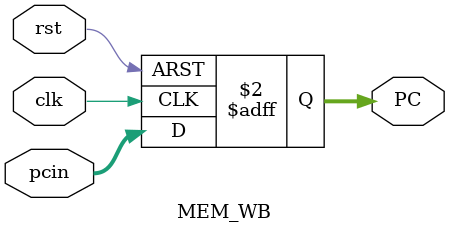
<source format=sv>
`timescale 1ns/1ns
module MEM_WB(input clk, rst,
            input[31:0] pcin,
            output reg[31:0] PC);
    
     
    always@(posedge clk, posedge rst ) begin
      if(rst)
       PC = 32'b0;
      else 
       PC = pcin;
    end
         
endmodule



</source>
